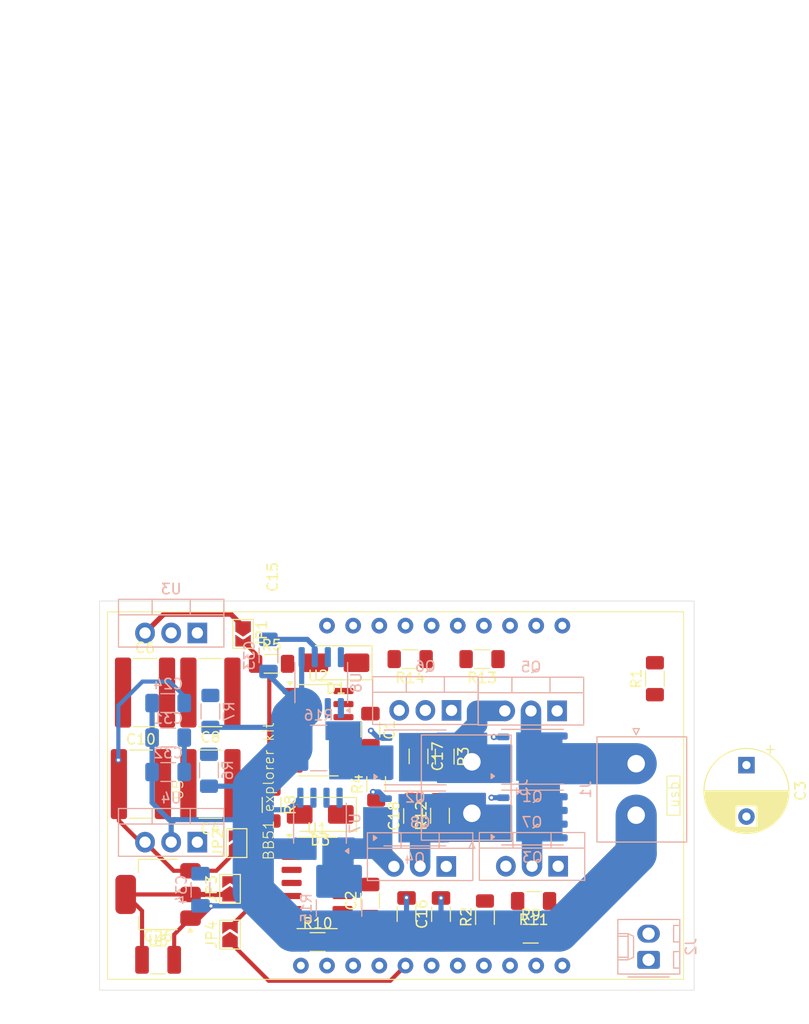
<source format=kicad_pcb>
(kicad_pcb (version 20240108) (generator "pcbnew") (generator_version "8.0")
  (layers (0 "F.Cu" signal) (31 "B.Cu" signal) (34 "B.Paste" user) (35 "F.Paste" user) (36 "B.SilkS" user "B.Silkscreen") (37 "F.SilkS" user "F.Silkscreen") (38 "B.Mask" user) (39 "F.Mask" user) (44 "Edge.Cuts" user))
  (net 0 "")
  (net 1 "Net-(Q1-G)")
  (net 2 "M1+")
  (net 3 "+BATT")
  (net 4 "Net-(Q6-S)")
  (net 5 "Net-(Q2-G)")
  (net 6 "M1-")
  (net 7 "Net-(Q3-G)")
  (net 8 "Net-(Q4-G)")
  (net 9 "Net-(Q8-S)")
  (net 11 "Net-(U1-LO)")
  (net 12 "GND")
  (net 14 "M1-LIN")
  (net 16 "Net-(U1-HO)")
  (net 18 "M1-HIN")
  (net 19 "+10V")
  (net 20 "Net-(U1-DT)")
  (net 22 "M1+LIN")
  (net 23 "Net-(U2-LO)")
  (net 26 "Net-(D1-K)")
  (net 27 "M1+HIN")
  (net 28 "Net-(U2-DT)")
  (net 29 "Net-(U2-HO)")
  (net 31 "Net-(JP1-A)")
  (net 32 "5v_batt")
  (net 33 "+5V")
  (net 34 "Net-(JP3-A)")
  (net 35 "CURRENT_SENSE2")
  (net 36 "Net-(U7-FILTER)")
  (net 37 "+3.3V")
  (net 38 "Net-(U8-FILTER)")
  (net 39 "CURRENT_SENSE1")
  (net 40 "Net-(JP4-A)")
  (net 43 "RX1")
  (net 46 "Net-(U5-P0.3)")
  (net 48 "C2D")
  (net 50 "TX1")
  (net 53 "C2CK")
  (net 55 "Net-(D3-K)")
  (net 56 "Net-(D1-A)")
  (net 57 "Net-(D3-A)")
  (footprint "Capacitor_SMD:C_1206_3216Metric_Pad1.33x1.80mm_HandSolder" (layer "F.Cu") (at 118.4148 48.768 -90)
    (property "Reference" "C1")
    (property "Value" "C")
  )
  (footprint "Capacitor_SMD:C_1825_4564Metric_Pad1.57x6.80mm_HandSolder" (layer "F.Cu") (at 96.1175 54.0512)
    (property "Reference" "C10")
    (property "Value" "C")
  )
  (footprint "Capacitor_SMD:C_1825_4564Metric_Pad1.57x6.80mm_HandSolder" (layer "F.Cu") (at 102.87 45.1612 180)
    (property "Reference" "C8")
    (property "Value" "C")
  )
  (footprint "OWN:BB51 EXPLORER KIT" (layer "F.Cu") (at 100.2284 56.4388 90)
    (property "Reference" "U5")
    (property "Value" "~")
  )
  (footprint "Capacitor_SMD:C_1206_3216Metric_Pad1.33x1.80mm_HandSolder" (layer "F.Cu") (at 123.0884 51.3588 -90)
    (property "Reference" "C17")
    (property "Value" "C")
  )
  (footprint "Package_SO:SOIC-14_3.9x8.7mm_P1.27mm" (layer "F.Cu") (at 113.3206 48.8188)
    (property "Reference" "U2")
    (property "Value" "~")
  )
  (footprint "Resistor_SMD:R_1206_3216Metric_Pad1.30x1.75mm_HandSolder" (layer "F.Cu") (at 129.54 66.955 90)
    (property "Reference" "R2")
    (property "Value" "R")
  )
  (footprint "Resistor_SMD:R_1206_3216Metric_Pad1.30x1.75mm_HandSolder" (layer "F.Cu") (at 125.1712 57.1252 90)
    (property "Reference" "R12")
    (property "Value" "R")
  )
  (footprint "Resistor_SMD:R_1206_3216Metric_Pad1.30x1.75mm_HandSolder" (layer "F.Cu") (at 118.9736 54.0512 90)
    (property "Reference" "R4")
    (property "Value" "R")
  )
  (footprint "Resistor_SMD:R_1206_3216Metric_Pad1.30x1.75mm_HandSolder" (layer "F.Cu") (at 108.8136 56.0832 -90)
    (property "Reference" "R8")
    (property "Value" "R")
  )
  (footprint "Jumper:SolderJumper-2_P1.3mm_Open_TrianglePad1.0x1.5mm" (layer "F.Cu") (at 106.045 39.46 -90)
    (property "Reference" "JP1")
    (property "Value" "10v jump")
  )
  (footprint "Resistor_SMD:R_1206_3216Metric_Pad1.30x1.75mm_HandSolder" (layer "F.Cu") (at 134.265 65.405 180)
    (property "Reference" "R11")
    (property "Value" "R")
  )
  (footprint "Capacitor_SMD:C_1206_3216Metric_Pad1.33x1.80mm_HandSolder" (layer "F.Cu") (at 121.92 66.675 90)
    (property "Reference" "C15")
    (property "Value" "C")
  )
  (footprint "Resistor_SMD:R_1206_3216Metric_Pad1.30x1.75mm_HandSolder" (layer "F.Cu") (at 113.284 69.3928)
    (property "Reference" "R10")
    (property "Value" "R")
  )
  (footprint "Diode_SMD:D_SMA" (layer "F.Cu") (at 113.538 56.9976 180)
    (property "Reference" "D3")
    (property "Value" "SS34")
  )
  (footprint "Resistor_SMD:R_1206_3216Metric_Pad1.30x1.75mm_HandSolder" (layer "F.Cu") (at 133.985 68.58)
    (property "Reference" "R9")
    (property "Value" "R")
  )
  (footprint "Resistor_SMD:R_1206_3216Metric_Pad1.30x1.75mm_HandSolder" (layer "F.Cu") (at 129.26 41.91 180)
    (property "Reference" "R13")
    (property "Value" "R")
  )
  (footprint "Resistor_SMD:R_1206_3216Metric_Pad1.30x1.75mm_HandSolder" (layer "F.Cu") (at 108.8136 42.3672)
    (property "Reference" "R5")
    (property "Value" "R")
  )
  (footprint "Capacitor_SMD:C_1206_3216Metric_Pad1.33x1.80mm_HandSolder" (layer "F.Cu") (at 118.3894 65.3673 90)
    (property "Reference" "C2")
    (property "Value" "C")
  )
  (footprint "Resistor_SMD:R_1206_3216Metric_Pad1.30x1.75mm_HandSolder" (layer "F.Cu") (at 146.05 43.815 90)
    (property "Reference" "R1")
    (property "Value" "R")
  )
  (footprint "Capacitor_SMD:C_1210_3225Metric_Pad1.33x2.70mm_HandSolder" (layer "F.Cu") (at 97.79 71.12)
    (property "Reference" "C26")
    (property "Value" "C")
  )
  (footprint "Jumper:SolderJumper-2_P1.3mm_Open_TrianglePad1.0x1.5mm" (layer "F.Cu") (at 105.41 59.78 90)
    (property "Reference" "JP2")
    (property "Value" "5v jump")
  )
  (footprint "Jumper:SolderJumper-2_P1.3mm_Open_TrianglePad1.0x1.5mm" (layer "F.Cu") (at 104.775 64.225 90)
    (property "Reference" "JP3")
    (property "Value" "3.3v jump")
  )
  (footprint "Package_SO:SOIC-14_3.9x8.7mm_P1.27mm" (layer "F.Cu") (at 113.2332 63.6524)
    (property "Reference" "U1")
    (property "Value" "~")
  )
  (footprint "Capacitor_THT:CP_Radial_D8.0mm_P5.00mm" (layer "F.Cu") (at 154.94 52.207349 -90)
    (property "Reference" "C3")
    (property "Value" "C_Polarized")
  )
  (footprint "Resistor_SMD:R_1206_3216Metric_Pad1.30x1.75mm_HandSolder" (layer "F.Cu") (at 125.6284 51.3836 -90)
    (property "Reference" "R3")
    (property "Value" "R")
  )
  (footprint "Capacitor_SMD:C_1206_3216Metric_Pad1.33x1.80mm_HandSolder" (layer "F.Cu") (at 125.27 66.675 90)
    (property "Reference" "C16")
    (property "Value" "C")
  )
  (footprint "Capacitor_SMD:C_1825_4564Metric_Pad1.57x6.80mm_HandSolder" (layer "F.Cu") (at 102.87 54.0512 180)
    (property "Reference" "C4")
    (property "Value" "C")
  )
  (footprint "Capacitor_SMD:C_1206_3216Metric_Pad1.33x1.80mm_HandSolder" (layer "F.Cu") (at 122.555 57.15 90)
    (property "Reference" "C18")
    (property "Value" "C")
  )
  (footprint "Capacitor_SMD:C_1825_4564Metric_Pad1.57x6.80mm_HandSolder" (layer "F.Cu") (at 96.52 45.1612)
    (property "Reference" "C6")
    (property "Value" "C")
  )
  (footprint "Jumper:SolderJumper-2_P1.3mm_Open_TrianglePad1.0x1.5mm" (layer "F.Cu") (at 104.775 68.67 90)
    (property "Reference" "JP4")
    (property "Value" "5v batt jump to bb51")
  )
  (footprint "Diode_SMD:D_SMA" (layer "F.Cu") (at 115.062 42.2656 180)
    (property "Reference" "D1")
    (property "Value" "SS34")
  )
  (footprint "Resistor_SMD:R_1206_3216Metric_Pad1.30x1.75mm_HandSolder" (layer "F.Cu") (at 122.275 41.91 180)
    (property "Reference" "R14")
    (property "Value" "R")
  )
  (footprint "Package_TO_SOT_SMD:SOT-223-3_TabPin2" (layer "F.Cu") (at 97.79 64.77 180)
    (property "Reference" "U6")
    (property "Value" "AMS1117-3.3")
  )
  (footprint "Resistor_SMD:R_2816_7142Metric_Pad3.20x4.45mm_HandSolder" (layer "B.Cu") (at 115.3668 66.0908 -90)
    (property "Reference" "R15")
    (property "Value" "R_shunt")
  )
  (footprint "Connector_JST:JST_NV_B02P-NV_1x02_P5.00mm_Vertical" (layer "B.Cu") (at 144.23 52.07 -90)
    (property "Reference" "J1")
    (property "Value" "batt input")
  )
  (footprint "Package_SON:Infineon_PG-TDSON-8_6.15x5.15mm" (layer "B.Cu") (at 134.15 51.375)
    (property "Reference" "Q1")
    (property "Value" "CSD18540Q5B")
  )
  (footprint "Package_TO_SOT_THT:TO-220-3_Vertical" (layer "B.Cu") (at 126.2888 46.8884 180)
    (property "Reference" "Q6")
    (property "Value" "IRLZ44N")
  )
  (footprint "Package_TO_SOT_THT:TO-220-3_Vertical" (layer "B.Cu") (at 101.6 39.37 180)
    (property "Reference" "U3")
    (property "Value" "LM7810_TO220")
  )
  (footprint "Package_TO_SOT_THT:TO-220-3_Vertical" (layer "B.Cu") (at 125.7808 62.047 180)
    (property "Reference" "Q8")
    (property "Value" "IRLZ44N")
  )
  (footprint "Package_TO_SOT_THT:TO-220-3_Vertical" (layer "B.Cu") (at 101.6 59.69 180)
    (property "Reference" "U4")
    (property "Value" "LM7805_TO220")
  )
  (footprint "Package_SO:SOIC-8_3.9x4.9mm_P1.27mm" (layer "B.Cu") (at 113.6396 44.196 90)
    (property "Reference" "U8")
    (property "Value" "ACS712xLCTR-30A")
  )
  (footprint "Capacitor_SMD:C_1206_3216Metric_Pad1.33x1.80mm_HandSolder" (layer "B.Cu") (at 98.7675 49.53 180)
    (property "Reference" "C31")
    (property "Value" "C")
  )
  (footprint "Package_SO:SOIC-8_3.9x4.9mm_P1.27mm" (layer "B.Cu") (at 113.5126 57.847 90)
    (property "Reference" "U7")
    (property "Value" "ACS712xLCTR-30A")
  )
  (footprint "Package_TO_SOT_THT:TO-220-3_Vertical" (layer "B.Cu") (at 136.652 62.0268 180)
    (property "Reference" "Q7")
    (property "Value" "IRLZ44N")
  )
  (footprint "Connector_JST:JST_NV_B02P-NV_1x02_P5.00mm_Vertical" (layer "B.Cu") (at 128.27 56.8875 90)
    (property "Reference" "J3")
    (property "Value" "motor output")
  )
  (footprint "Package_SON:Infineon_PG-TDSON-8_6.15x5.15mm" (layer "B.Cu") (at 122.72 57.367)
    (property "Reference" "Q4")
    (property "Value" "CSD18540Q5B")
  )
  (footprint "Capacitor_SMD:C_1206_3216Metric_Pad1.33x1.80mm_HandSolder" (layer "B.Cu") (at 98.7675 46.18 180)
    (property "Reference" "C24")
    (property "Value" "C")
  )
  (footprint "Package_TO_SOT_THT:TO-220-3_Vertical" (layer "B.Cu") (at 136.5504 46.9392 180)
    (property "Reference" "Q5")
    (property "Value" "IRLZ44N")
  )
  (footprint "Capacitor_SMD:C_1206_3216Metric_Pad1.33x1.80mm_HandSolder" (layer "B.Cu") (at 101.9048 64.3128 -90)
    (property "Reference" "C34")
    (property "Value" "C")
  )
  (footprint "Resistor_SMD:R_1206_3216Metric_Pad1.30x1.75mm_HandSolder" (layer "B.Cu") (at 102.73175 52.705 90)
    (property "Reference" "R6")
    (property "Value" "R")
  )
  (footprint "Package_SON:Infineon_PG-TDSON-8_6.15x5.15mm" (layer "B.Cu") (at 122.769 51.435)
    (property "Reference" "Q2")
    (property "Value" "CSD18540Q5B")
  )
  (footprint "Resistor_SMD:R_2816_7142Metric_Pad3.20x4.45mm_HandSolder" (layer "B.Cu") (at 113.3856 50.546 180)
    (property "Reference" "R16")
    (property "Value" "R_shunt")
  )
  (footprint "Capacitor_SMD:C_1206_3216Metric_Pad1.33x1.80mm_HandSolder" (layer "B.Cu") (at 98.7675 52.88 180)
    (property "Reference" "C32")
    (property "Value" "C")
  )
  (footprint "Resistor_SMD:R_1206_3216Metric_Pad1.30x1.75mm_HandSolder" (layer "B.Cu") (at 102.87 46.99 90)
    (property "Reference" "R7")
    (property "Value" "R")
  )
  (footprint "Package_SON:Infineon_PG-TDSON-8_6.15x5.15mm" (layer "B.Cu") (at 134.15 57.277)
    (property "Reference" "Q3")
    (property "Value" "CSD18540Q5B")
  )
  (footprint "Connector_Molex:Molex_KK-254_AE-6410-02A_1x02_P2.54mm_Vertical" (layer "B.Cu") (at 145.435 71.12 90)
    (property "Reference" "J2")
    (property "Value" "Conn_01x02_Socket")
  )
  (footprint "Capacitor_SMD:C_1206_3216Metric_Pad1.33x1.80mm_HandSolder" (layer "B.Cu") (at 108.5088 41.5544 -90)
    (property "Reference" "C33")
    (property "Value" "C")
  )
  (gr_rect (start 125.095 54.991) (end 129.54 59.563) (stroke (width 0.2)) (fill solid) (layer "B.Cu") (net 6))
  (gr_rect (start 117.8052 56.388) (end 120.4468 60.5028) (stroke (width 0.2)) (fill solid) (layer "B.Cu") (net 9))
  (gr_rect (start 124.968 49.149) (end 129.667 53.848) (stroke (width 0.2)) (fill solid) (layer "B.Cu") (net 2))
  (gr_rect (start 114.1476 48.0568) (end 117.5004 49.6824) (stroke (width 0.2)) (fill solid) (layer "B.Cu") (net 4))
  (gr_rect (start 126.619 56.134) (end 132.08 59.563) (stroke (width 0.2)) (fill solid) (layer "B.Cu") (net 6))
  (gr_rect (start 114.5032 50.3936) (end 120.5484 53.4924) (stroke (width 0.2)) (fill solid) (layer "B.Cu") (net 4))
  (gr_rect (start 113.8428 59.9948) (end 116.6876 63.3984) (stroke (width 0.2)) (fill solid) (layer "B.Cu") (net 9))
  (gr_rect (start 111.1504 59.3344) (end 113.0808 61.3156) (stroke (width 0.2)) (fill solid) (layer "B.Cu") (net 12))
  (gr_rect (start 129.667 50.292) (end 132.08 53.848) (stroke (width 0.2)) (fill solid) (layer "B.Cu") (net 2))
  (gr_rect (start 113.8428 59.3344) (end 116.7892 61.2648) (stroke (width 0.2)) (fill solid) (layer "B.Cu") (net 9))
  (gr_rect (start 92.1004 36.2712) (end 149.86 74.0664) (stroke (width 0.05)) (fill none) (layer "Edge.Cuts"))
  (via (at 130.4036 49.4792) (size 0.6) (drill 0.3) (layers "F.Cu" "B.Cu") (net 1))
  (segment (start 130.4128 49.47) (end 130.4036 49.4792) (width 0.5) (layer "B.Cu") (net 1))
  (segment (start 131.325 49.47) (end 130.4128 49.47) (width 0.5) (layer "B.Cu") (net 1))
  (segment (start 130.3944 49.47) (end 130.4036 49.4792) (width 0.5) (layer "B.Cu") (net 1))
  (segment (start 131.4704 46.9392) (end 128.778 46.9392) (width 2) (layer "B.Cu") (net 2))
  (segment (start 128.778 48.2639) (end 127.3175 49.7244) (width 2) (layer "B.Cu") (net 2))
  (segment (start 127.3175 49.7244) (end 127.3175 51.4985) (width 2) (layer "B.Cu") (net 2))
  (segment (start 128.778 46.9392) (end 128.778 48.2639) (width 2) (layer "B.Cu") (net 2))
  (segment (start 134.0104 46.9392) (end 134.0104 50.5604) (width 2) (layer "B.Cu") (net 3))
  (segment (start 134.112 58.3456) (end 134.825 57.6326) (width 2) (layer "B.Cu") (net 3))
  (segment (start 134.112 62.0268) (end 134.112 58.3456) (width 2) (layer "B.Cu") (net 3))
  (segment (start 135.52 52.07) (end 134.825 51.375) (width 0.2) (layer "B.Cu") (net 3))
  (segment (start 134.825 52.765) (end 134.825 57.6326) (width 4) (layer "B.Cu") (net 3))
  (segment (start 134.0104 50.5604) (end 134.825 51.375) (width 2) (layer "B.Cu") (net 3))
  (segment (start 144.23 52.07) (end 135.52 52.07) (width 4) (layer "B.Cu") (net 3))
  (segment (start 135.52 52.07) (end 134.825 52.765) (width 4) (layer "B.Cu") (net 3))
  (via (at 118.4656 48.8696) (size 0.6) (drill 0.3) (layers "F.Cu" "B.Cu") (net 5))
  (segment (start 119.944 49.53) (end 119.126 49.53) (width 0.5) (layer "B.Cu") (net 5))
  (segment (start 119.126 49.53) (end 118.4656 48.8696) (width 0.5) (layer "B.Cu") (net 5))
  (segment (start 123.2408 58.0154) (end 123.395 57.8612) (width 2) (layer "B.Cu") (net 6))
  (segment (start 123.2408 62.047) (end 123.2408 58.0154) (width 2) (layer "B.Cu") (net 6))
  (via (at 130.175 55.372) (size 0.6) (drill 0.3) (layers "F.Cu" "B.Cu") (net 7))
  (segment (start 131.325 55.372) (end 130.175 55.372) (width 0.5) (layer "B.Cu") (net 7))
  (via (at 118.6688 54.8132) (size 0.6) (drill 0.3) (layers "F.Cu" "B.Cu") (net 8))
  (segment (start 119.895 55.462) (end 119.2462 54.8132) (width 0.5) (layer "B.Cu") (net 8))
  (segment (start 119.2462 54.8132) (end 118.6688 54.8132) (width 0.5) (layer "B.Cu") (net 8))
  (segment (start 118.9758 60.322) (end 120.7008 62.047) (width 2) (layer "B.Cu") (net 9))
  (segment (start 115.4176 60.322) (end 118.9758 60.322) (width 2) (layer "B.Cu") (net 9))
  (segment (start 99.3525 71.12) (end 99.3525 68.6575) (width 0.4) (layer "F.Cu") (net 12))
  (segment (start 100.94 67.07) (end 101.7384 67.07) (width 0.5) (layer "F.Cu") (net 12))
  (segment (start 99.3525 68.6575) (end 100.94 67.07) (width 0.4) (layer "F.Cu") (net 12))
  (segment (start 101.7384 67.07) (end 102.9208 65.8876) (width 0.5) (layer "F.Cu") (net 12))
  (via (at 121.92 65.0748) (size 0.6) (drill 0.3) (layers "F.Cu" "B.Cu") (net 12))
  (via (at 102.9208 65.8876) (size 0.6) (drill 0.3) (layers "F.Cu" "B.Cu") (net 12))
  (via (at 125.27 65.1125) (size 0.6) (drill 0.3) (layers "F.Cu" "B.Cu") (net 12))
  (segment (start 111.6076 60.322) (end 107.058 60.322) (width 2) (layer "B.Cu") (net 12))
  (segment (start 106.9946 54.255) (end 107.0356 54.296) (width 0.5) (layer "B.Cu") (net 12))
  (segment (start 99.06 59.69) (end 99.06 57.8612) (width 0.5) (layer "B.Cu") (net 12))
  (segment (start 106.0704 57.5056) (end 107.0356 56.5404) (width 0.5) (layer "B.Cu") (net 12))
  (segment (start 108.5088 43.1169) (end 108.5088 43.4452) (width 0.5) (layer "B.Cu") (net 12))
  (segment (start 110.8964 68.326) (end 108.8136 66.2432) (width 4) (layer "B.Cu") (net 12))
  (segment (start 99.06 57.8612) (end 99.4156 57.5056) (width 0.5) (layer "B.Cu") (net 12))
  (segment (start 97.205 55.8538) (end 98.8568 57.5056) (width 0.5) (layer "B.Cu") (net 12))
  (segment (start 125.3744 68.326) (end 121.9708 68.326) (width 4) (layer "B.Cu") (net 12))
  (segment (start 107.0356 60.2996) (end 107.0356 56.5404) (width 4) (layer "B.Cu") (net 12))
  (segment (start 110.7856 47.62) (end 111.7346 46.671) (width 4) (layer "B.Cu") (net 12))
  (segment (start 125.27 65.1125) (end 125.27 68.2216) (width 0.5) (layer "B.Cu") (net 12))
  (segment (start 99.4156 57.5056) (end 106.0704 57.5056) (width 0.5) (layer "B.Cu") (net 12))
  (segment (start 144.23 60.8013) (end 136.7053 68.326) (width 4) (layer "B.Cu") (net 12))
  (segment (start 110.7856 50.546) (end 110.7856 47.62) (width 4) (layer "B.Cu") (net 12))
  (segment (start 111.7346 41.721) (end 111.7346 46.671) (width 0.5) (layer "B.Cu") (net 12))
  (segment (start 98.8568 57.5056) (end 99.4156 57.5056) (width 0.5) (layer "B.Cu") (net 12))
  (segment (start 136.7053 68.326) (end 125.3744 68.326) (width 4) (layer "B.Cu") (net 12))
  (segment (start 121.92 68.2752) (end 121.9708 68.326) (width 0.5) (layer "B.Cu") (net 12))
  (segment (start 101.9048 65.8753) (end 108.4457 65.8753) (width 0.5) (layer "B.Cu") (net 12))
  (segment (start 121.92 65.0748) (end 121.92 68.2752) (width 0.5) (layer "B.Cu") (net 12))
  (segment (start 108.7796 48.54) (end 110.7856 50.546) (width 0.5) (layer "B.Cu") (net 12))
  (segment (start 102.87 48.54) (end 108.7796 48.54) (width 0.5) (layer "B.Cu") (net 12))
  (segment (start 108.8136 66.2432) (end 107.0356 64.4652) (width 4) (layer "B.Cu") (net 12))
  (segment (start 108.4457 65.8753) (end 108.8136 66.2432) (width 0.5) (layer "B.Cu") (net 12))
  (segment (start 110.4392 56.5404) (end 107.0356 56.5404) (width 0.5) (layer "B.Cu") (net 12))
  (segment (start 108.5088 43.4452) (end 111.7346 46.671) (width 0.5) (layer "B.Cu") (net 12))
  (segment (start 125.27 68.2216) (end 125.3744 68.326) (width 0.5) (layer "B.Cu") (net 12))
  (segment (start 107.0356 64.4652) (end 107.0356 60.2996) (width 4) (layer "B.Cu") (net 12))
  (segment (start 107.0356 56.5404) (end 107.0356 54.296) (width 4) (layer "B.Cu") (net 12))
  (segment (start 97.205 46.18) (end 97.205 55.8538) (width 0.5) (layer "B.Cu") (net 12))
  (segment (start 107.0356 54.296) (end 110.7856 50.546) (width 4) (layer "B.Cu") (net 12))
  (segment (start 144.23 57.07) (end 144.23 60.8013) (width 4) (layer "B.Cu") (net 12))
  (segment (start 121.9708 68.326) (end 110.8964 68.326) (width 4) (layer "B.Cu") (net 12))
  (segment (start 102.73175 54.255) (end 106.9946 54.255) (width 0.5) (layer "B.Cu") (net 12))
  (segment (start 111.6076 55.372) (end 110.4392 56.5404) (width 0.5) (layer "B.Cu") (net 12))
  (segment (start 107.058 60.322) (end 107.0356 60.2996) (width 2) (layer "B.Cu") (net 12))
  (segment (start 107.2636 42.3672) (end 107.2636 41.4036) (width 0.4) (layer "F.Cu") (net 19))
  (segment (start 108.8136 54.5332) (end 107.5386 55.8082) (width 0.4) (layer "F.Cu") (net 19))
  (segment (start 108.59 43.6936) (end 108.59 51.348199) (width 0.4) (layer "F.Cu") (net 19))
  (segment (start 107.5386 65.217799) (end 109.783201 67.4624) (width 0.4) (layer "F.Cu") (net 19))
  (segment (start 108.9412 54.5332) (end 110.8456 52.6288) (width 0.4) (layer "F.Cu") (net 19))
  (segment (start 108.59 51.348199) (end 109.870601 52.6288) (width 0.4) (layer "F.Cu") (net 19))
  (segment (start 107.5386 55.8082) (end 107.5386 65.217799) (width 0.4) (layer "F.Cu") (net 19))
  (segment (start 109.870601 52.6288) (end 110.8456 52.6288) (width 0.4) (layer "F.Cu") (net 19))
  (segment (start 109.783201 67.4624) (end 110.7582 67.4624) (width 0.4) (layer "F.Cu") (net 19))
  (segment (start 107.2636 42.3672) (end 108.59 43.6936) (width 0.4) (layer "F.Cu") (net 19))
  (segment (start 108.8136 54.5332) (end 108.9412 54.5332) (width 0.4) (layer "F.Cu") (net 19))
  (segment (start 107.2636 41.4036) (end 106.045 40.185) (width 0.4) (layer "F.Cu") (net 19))
  (segment (start 104.8512 37.5412) (end 106.045 38.735) (width 0.5) (layer "F.Cu") (net 31))
  (segment (start 96.52 39.37) (end 98.3488 37.5412) (width 0.5) (layer "F.Cu") (net 31))
  (segment (start 98.3488 37.5412) (end 104.8512 37.5412) (width 0.5) (layer "F.Cu") (net 31))
  (segment (start 105.41 60.505) (end 103.445 62.47) (width 0.4) (layer "F.Cu") (net 32))
  (segment (start 93.98 57.6072) (end 93.98 54.0512) (width 0.4) (layer "F.Cu") (net 32))
  (segment (start 99.3 62.47) (end 96.52 59.69) (width 0.4) (layer "F.Cu") (net 32))
  (segment (start 103.445 62.47) (end 100.94 62.47) (width 0.4) (layer "F.Cu") (net 32))
  (segment (start 100.94 62.47) (end 99.3 62.47) (width 0.4) (layer "F.Cu") (net 32))
  (segment (start 96.52 59.69) (end 96.0628 59.69) (width 0.4) (layer "F.Cu") (net 32))
  (segment (start 96.0628 59.69) (end 93.98 57.6072) (width 0.4) (layer "F.Cu") (net 32))
  (via (at 93.9292 51.7144) (size 0.6) (drill 0.3) (layers "F.Cu" "B.Cu") (net 32))
  (segment (start 100.33 45.5168) (end 100.33 46.18) (width 0.4) (layer "B.Cu") (net 32))
  (segment (start 93.9292 46.4312) (end 96.266 44.0944) (width 0.4) (layer "B.Cu") (net 32))
  (segment (start 98.9076 44.0944) (end 100.33 45.5168) (width 0.4) (layer "B.Cu") (net 32))
  (segment (start 93.9292 51.7144) (end 93.9292 46.4312) (width 0.4) (layer "B.Cu") (net 32))
  (segment (start 96.266 44.0944) (end 98.9076 44.0944) (width 0.4) (layer "B.Cu") (net 32))
  (segment (start 106.565 66.155) (end 106.565 59.455) (width 0.4) (layer "F.Cu") (net 33))
  (segment (start 106.565 59.455) (end 106.165 59.055) (width 0.4) (layer "F.Cu") (net 33))
  (segment (start 106.165 59.055) (end 105.41 59.055) (width 0.4) (layer "F.Cu") (net 33))
  (segment (start 104.775 67.945) (end 106.565 66.155) (width 0.4) (layer "F.Cu") (net 33))
  (segment (start 96.2275 66.3575) (end 94.64 64.77) (width 0.4) (layer "F.Cu") (net 34))
  (segment (start 104.595 64.77) (end 104.775 64.95) (width 0.5) (layer "F.Cu") (net 34))
  (segment (start 96.2275 71.12) (end 96.2275 66.3575) (width 0.4) (layer "F.Cu") (net 34))
  (segment (start 94.64 64.77) (end 100.94 64.77) (width 0.4) (layer "F.Cu") (net 34))
  (segment (start 100.94 64.77) (end 104.595 64.77) (width 0.5) (layer "F.Cu") (net 34))
  (segment (start 100.33 52.88) (end 100.33 49.53) (width 0.5) (layer "B.Cu") (net 37))
  (segment (start 112.2803 39.9919) (end 108.5088 39.9919) (width 0.5) (layer "B.Cu") (net 38))
  (segment (start 113.0046 40.7162) (end 112.2803 39.9919) (width 0.5) (layer "B.Cu") (net 38))
  (segment (start 113.0046 41.721) (end 113.0046 40.7162) (width 0.5) (layer "B.Cu") (net 38))
  (segment (start 104.775 69.395) (end 108.532 73.152) (width 0.4) (layer "F.Cu") (net 40))
  (segment (start 108.532 73.152) (end 120.3452 73.152) (width 0.4) (layer "F.Cu") (net 40))
  (segment (start 120.3452 73.152) (end 121.8184 71.6788) (width 0.4) (layer "F.Cu") (net 40))
)
</source>
